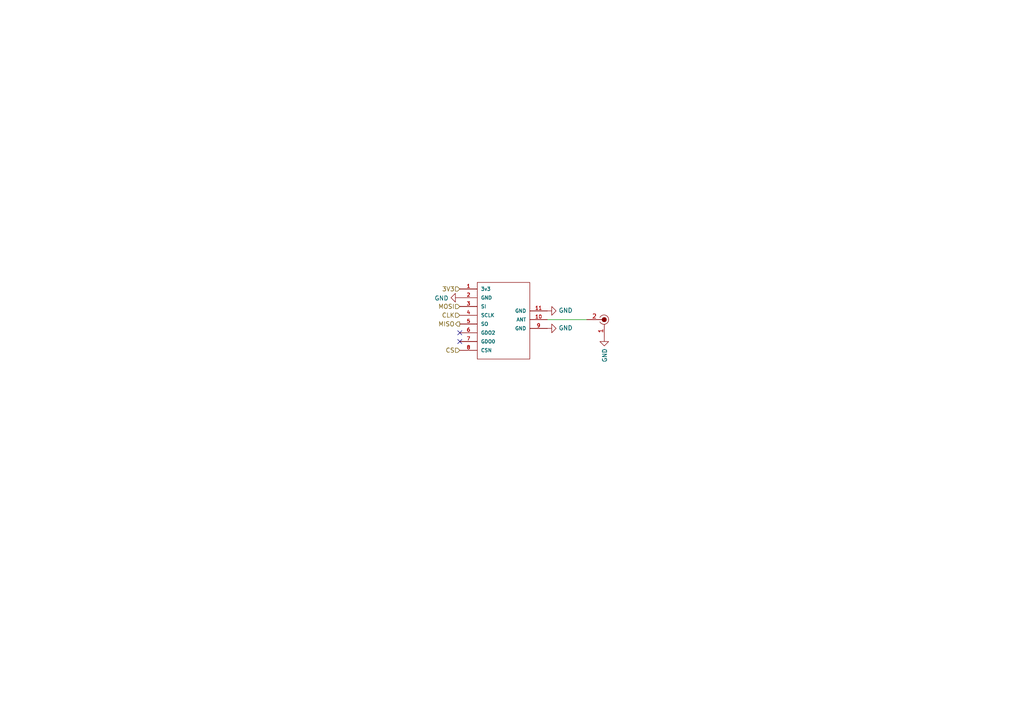
<source format=kicad_sch>
(kicad_sch (version 20231120) (generator "eeschema") (generator_version "8.0")
  (paper "A4")
  (lib_symbols
    (symbol "C-Sense_CAN_IO_MBUS_EXP_PCB-rescue:1909763-1-dk_Coaxial-Connectors-RF" (pin_names (offset 1.016))
      (property "Reference" "J" (at -1.27 1.27 0))
      (property "Value" "dk_Coaxial-Connectors-RF_1909763-1" (at 1.27 -2.54 0))
      (symbol "1909763-1-dk_Coaxial-Connectors-RF_1_1"
        (arc (start -1.27 0) (mid -0.2651 -1.3081) (end 1.27 -0.635))
        (circle (center 0 0) (radius 0.635) (fill (type outline)))
        (arc (start 1.27 0.635) (mid -0.2496 1.3256) (end -1.27 0))
        (pin passive line (at 0 -5.08 90) (length 3.683) (name "~") (number "1"))
        (pin passive line (at 5.08 0 180) (length 4.445) (name "~") (number "2"))
      )
    )
    (symbol "C-Sense_CAN_IO_MBUS_EXP_PCB-rescue:GND-C-Sense_diverse" (power) (pin_names (offset 0))
      (property "Value" "C-Sense_diverse_GND" (at 0 -3.81 0))
      (symbol "GND-C-Sense_diverse_0_1"
        (polyline (pts (xy 0 0) (xy 0 -1.27) (xy 1.27 -1.27) (xy 0 -2.54) (xy -1.27 -1.27) (xy 0 -1.27)))
      )
      (symbol "GND-C-Sense_diverse_1_1"
        (pin power_in line (at 0 0 270) (length 0) hide (name "GND") (number "1"))
      )
    )
    (symbol "I-Connect_diverse:RF-868" (pin_names (offset 1.016))
      (property "Reference" "U" (at 1.27 -13.335 0))
      (property "Value" "RF-868" (at 1.27 12.065 0))
      (symbol "RF-868_0_0"
        (pin power_in line (at -11.43 8.89 0) (length 5.08) (name "3v3") (number "1"))
        (pin bidirectional line (at 13.97 0 180) (length 5.08) (name "ANT") (number "10"))
        (pin power_in line (at 13.97 2.54 180) (length 5.08) (name "GND") (number "11"))
        (pin power_in line (at -11.43 6.35 0) (length 5.08) (name "GND") (number "2"))
        (pin input line (at -11.43 3.81 0) (length 5.08) (name "SI") (number "3"))
        (pin input line (at -11.43 1.27 0) (length 5.08) (name "SCLK") (number "4"))
        (pin output line (at -11.43 -1.27 0) (length 5.08) (name "SO") (number "5"))
        (pin bidirectional line (at -11.43 -3.81 0) (length 5.08) (name "GDO2") (number "6"))
        (pin bidirectional line (at -11.43 -6.35 0) (length 5.08) (name "GDO0") (number "7"))
        (pin bidirectional line (at -11.43 -8.89 0) (length 5.08) (name "CSN") (number "8"))
        (pin power_in line (at 13.97 -2.54 180) (length 5.08) (name "GND") (number "9"))
      )
      (symbol "RF-868_0_1"
        (rectangle (start -6.35 10.795) (end 8.89 -11.43))
      )
    )
  )
  (no_connect (at 133.35 99.06))
  (no_connect (at 133.35 96.52))
  (wire (pts (xy 158.75 92.71) (xy 170.18 92.71)))
  (hierarchical_label "CS" (shape input) (at 133.35 101.6 180))
  (hierarchical_label "CLK" (shape input) (at 133.35 91.44 180))
  (hierarchical_label "3V3" (shape input) (at 133.35 83.82 180))
  (hierarchical_label "MISO" (shape output) (at 133.35 93.98 180))
  (hierarchical_label "MOSI" (shape input) (at 133.35 88.9 180))
  (symbol (lib_id "I-Connect_diverse:RF-868") (at 144.78 92.71 0) (unit 1)
    (property "Reference" "U1" (at 146.05 77.724 0))
    (property "Value" "RF-868" (at 146.05 80.0354 0))
    (property "Footprint" "I_Connect:RF-868" (effects (hide yes)))
    (property "pcb" "exp_v1" (effects (hide yes)))
    (property "Digi-Key_PN" "Not placed" (effects (hide yes)))
    (property "MF" "Not placed" (effects (hide yes)))
    (property "MP" "Not placed" (effects (hide yes)))
    (property "Mount type" "Not placed" (effects (hide yes)))
    (property "Reference" "U2701" (effects (hide yes)))
    (property "Value" "RF-868" (effects (hide yes)))
    (instances (project "C-Sense_CAN_IO_MBUS_EXP_PCB" (path "" (reference "U1") (unit 1))))
  )
  (symbol (lib_id "C-Sense_CAN_IO_MBUS_EXP_PCB-rescue:GND-C-Sense_diverse") (at 133.35 86.36 270) (unit 1)
    (property "Reference" "#PWR09" (effects (hide yes)))
    (property "Value" "GND" (at 130.0988 86.487 90) (effects (justify right)))
  )
  (symbol (lib_id "C-Sense_CAN_IO_MBUS_EXP_PCB-rescue:GND-C-Sense_diverse") (at 158.75 90.17 90) (unit 1)
    (property "Reference" "#PWR010" (effects (hide yes)))
    (property "Value" "GND" (at 162.0012 90.043 90) (effects (justify right)))
  )
  (symbol (lib_id "C-Sense_CAN_IO_MBUS_EXP_PCB-rescue:GND-C-Sense_diverse") (at 158.75 95.25 90) (unit 1)
    (property "Reference" "#PWR011" (effects (hide yes)))
    (property "Value" "GND" (at 162.0012 95.123 90) (effects (justify right)))
  )
  (symbol (lib_id "C-Sense_CAN_IO_MBUS_EXP_PCB-rescue:1909763-1-dk_Coaxial-Connectors-RF") (at 175.26 92.71 0) (mirror y) (unit 1)
    (property "Reference" "J5" (at 177.4952 93.5228 0) (effects (justify right)))
    (property "Value" "1909763-1" (at 177.4952 95.8342 0) (effects (justify right)))
    (property "Footprint" "digikey-footprints:UMCoax_Pin_1909763-1" (effects (hide yes)))
    (property "Datasheet" "https://www.te.com/commerce/DocumentDelivery/DDEController?Action=srchrtrv&DocNm=1909763&DocType=Customer+Drawing&DocLang=English" (effects (hide yes)))
    (property "Digi-Key_PN" "A118077CT-ND" (effects (hide yes)))
    (property "MPN" "1909763-1" (effects (hide yes)))
    (property "Category" "Connectors, Interconnects" (effects (hide yes)))
    (property "Family" "Coaxial Connectors (RF)" (effects (hide yes)))
    (property "DK_Datasheet_Link" "https://www.te.com/commerce/DocumentDelivery/DDEController?Action=srchrtrv&DocNm=1909763&DocType=Customer+Drawing&DocLang=English" (effects (hide yes)))
    (property "DK_Detail_Page" "/product-detail/en/te-connectivity-amp-connectors/1909763-1/A118077CT-ND/4729711" (effects (hide yes)))
    (property "Description" "CONN UMCC JACK STR 50OHM SMD" (effects (hide yes)))
    (property "Manufacturer" "TE Connectivity AMP Connectors" (effects (hide yes)))
    (property "Status" "Active" (effects (hide yes)))
    (property "MF" "TE Connectivity AMP Connectors" (effects (hide yes)))
    (property "MP" "1909763-1" (effects (hide yes)))
    (property "pcb" "exp_v1" (effects (hide yes)))
    (property "Datasheet" "https://www.te.com/commerce/DocumentDelivery/DDEController?Action=srchrtrv&DocNm=1909763&DocType=Customer+Drawing&DocLang=English" (effects (hide yes)))
    (property "Reference" "J2701" (effects (hide yes)))
    (property "Value" "1909763-1" (effects (hide yes)))
    (instances (project "C-Sense_CAN_IO_MBUS_EXP_PCB" (path "" (reference "J5") (unit 1))))
  )
  (symbol (lib_id "C-Sense_CAN_IO_MBUS_EXP_PCB-rescue:GND-C-Sense_diverse") (at 175.26 97.79 0) (unit 1)
    (property "Reference" "#PWR012" (effects (hide yes)))
    (property "Value" "GND" (at 175.387 101.0412 90) (effects (justify right)))
  )
)
</source>
